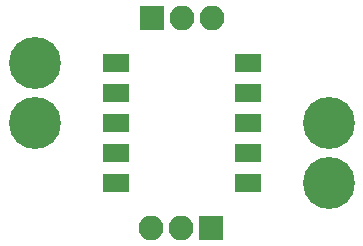
<source format=gts>
G04 #@! TF.FileFunction,Soldermask,Top*
%FSLAX46Y46*%
G04 Gerber Fmt 4.6, Leading zero omitted, Abs format (unit mm)*
G04 Created by KiCad (PCBNEW 4.0.7) date 04/16/19 16:10:46*
%MOMM*%
%LPD*%
G01*
G04 APERTURE LIST*
%ADD10C,0.100000*%
%ADD11C,4.400500*%
%ADD12R,2.100000X2.100000*%
%ADD13O,2.100000X2.100000*%
%ADD14R,2.200000X1.600000*%
G04 APERTURE END LIST*
D10*
D11*
X-27686000Y-5080000D03*
X-2794000Y-15240000D03*
X-27686000Y-10160000D03*
X-2794000Y-10160000D03*
D12*
X-17780000Y-1270000D03*
D13*
X-15240000Y-1270000D03*
X-12700000Y-1270000D03*
D12*
X-12788900Y-19050000D03*
D13*
X-15328900Y-19050000D03*
X-17868900Y-19050000D03*
D14*
X-20828000Y-5080000D03*
X-20828000Y-7620000D03*
X-20828000Y-10160000D03*
X-20828000Y-12700000D03*
X-20828000Y-15240000D03*
X-9652000Y-15240000D03*
X-9652000Y-12700000D03*
X-9652000Y-10160000D03*
X-9652000Y-7620000D03*
X-9652000Y-5080000D03*
M02*

</source>
